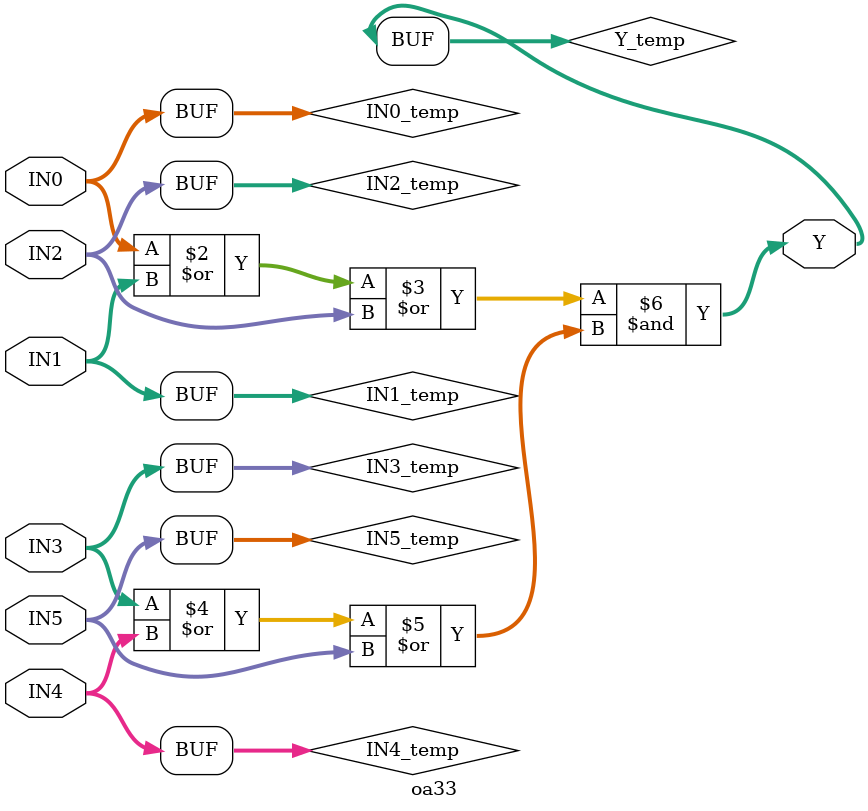
<source format=v>
module oa33(IN0,IN1,IN2,IN3,IN4,IN5,Y);
  parameter N = 8;
  parameter DPFLAG = 0;
  parameter GROUP = "std";
  parameter
        d_IN0 = 0,
        d_IN1 = 0,
        d_IN2 = 0,
        d_IN3 = 0,
        d_IN4 = 0,
        d_IN5 = 0,
        d_Y = 1;
  input [(N - 1):0] IN0;
  input [(N - 1):0] IN1;
  input [(N - 1):0] IN2;
  input [(N - 1):0] IN3;
  input [(N - 1):0] IN4;
  input [(N - 1):0] IN5;
  output [(N - 1):0] Y;
  wire [(N - 1):0] IN0_temp;
  wire [(N - 1):0] IN1_temp;
  wire [(N - 1):0] IN2_temp;
  wire [(N - 1):0] IN3_temp;
  wire [(N - 1):0] IN4_temp;
  wire [(N - 1):0] IN5_temp;
  reg [(N - 1):0] Y_temp;
  assign #(d_IN0) IN0_temp = IN0;
  assign #(d_IN1) IN1_temp = IN1;
  assign #(d_IN2) IN2_temp = IN2;
  assign #(d_IN3) IN3_temp = IN3;
  assign #(d_IN4) IN4_temp = IN4;
  assign #(d_IN5) IN5_temp = IN5;
  assign #(d_Y) Y = Y_temp;
  initial
    begin
    if((DPFLAG == 1))
      $display("(WARNING) The instance %m of type oa33 can't be implemented as a data-path cell");
    end
  always
    @(IN0_temp or IN1_temp or IN2_temp or IN3_temp or IN4_temp or IN5_temp)
      begin
      Y_temp = (((IN0_temp | IN1_temp) | IN2_temp) & ((IN3_temp | IN4_temp) | IN5_temp));
      end
endmodule

</source>
